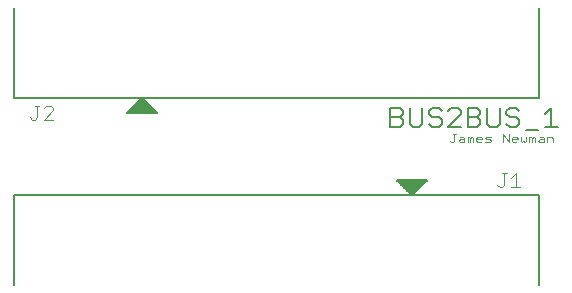
<source format=gto>
G75*
G70*
%OFA0B0*%
%FSLAX24Y24*%
%IPPOS*%
%LPD*%
%AMOC8*
5,1,8,0,0,1.08239X$1,22.5*
%
%ADD10C,0.0060*%
%ADD11C,0.0030*%
%ADD12C,0.0050*%
%ADD13C,0.0040*%
D10*
X015905Y007905D02*
X016225Y007905D01*
X016332Y008012D01*
X016332Y008119D01*
X016225Y008225D01*
X015905Y008225D01*
X016225Y008225D02*
X016332Y008332D01*
X016332Y008439D01*
X016225Y008546D01*
X015905Y008546D01*
X015905Y007905D01*
X016550Y008012D02*
X016656Y007905D01*
X016870Y007905D01*
X016977Y008012D01*
X016977Y008546D01*
X017194Y008439D02*
X017194Y008332D01*
X017301Y008225D01*
X017514Y008225D01*
X017621Y008119D01*
X017621Y008012D01*
X017514Y007905D01*
X017301Y007905D01*
X017194Y008012D01*
X016550Y008012D02*
X016550Y008546D01*
X017194Y008439D02*
X017301Y008546D01*
X017514Y008546D01*
X017621Y008439D01*
X017839Y008439D02*
X017945Y008546D01*
X018159Y008546D01*
X018266Y008439D01*
X018266Y008332D01*
X017839Y007905D01*
X018266Y007905D01*
X018483Y007905D02*
X018803Y007905D01*
X018910Y008012D01*
X018910Y008119D01*
X018803Y008225D01*
X018483Y008225D01*
X018803Y008225D02*
X018910Y008332D01*
X018910Y008439D01*
X018803Y008546D01*
X018483Y008546D01*
X018483Y007905D01*
X019128Y008012D02*
X019235Y007905D01*
X019448Y007905D01*
X019555Y008012D01*
X019555Y008546D01*
X019772Y008439D02*
X019772Y008332D01*
X019879Y008225D01*
X020093Y008225D01*
X020199Y008119D01*
X020199Y008012D01*
X020093Y007905D01*
X019879Y007905D01*
X019772Y008012D01*
X019772Y008439D02*
X019879Y008546D01*
X020093Y008546D01*
X020199Y008439D01*
X021061Y008332D02*
X021275Y008546D01*
X021275Y007905D01*
X021488Y007905D02*
X021061Y007905D01*
X020844Y007798D02*
X020417Y007798D01*
X019128Y008012D02*
X019128Y008546D01*
D11*
X019117Y007583D02*
X019262Y007583D01*
X019214Y007487D02*
X019117Y007487D01*
X019069Y007535D01*
X019117Y007583D01*
X019214Y007487D02*
X019262Y007438D01*
X019214Y007390D01*
X019069Y007390D01*
X018967Y007487D02*
X018774Y007487D01*
X018774Y007535D02*
X018822Y007583D01*
X018919Y007583D01*
X018967Y007535D01*
X018967Y007487D01*
X018919Y007390D02*
X018822Y007390D01*
X018774Y007438D01*
X018774Y007535D01*
X018673Y007535D02*
X018673Y007390D01*
X018576Y007390D02*
X018576Y007535D01*
X018624Y007583D01*
X018673Y007535D01*
X018576Y007535D02*
X018528Y007583D01*
X018479Y007583D01*
X018479Y007390D01*
X018378Y007390D02*
X018378Y007535D01*
X018330Y007583D01*
X018233Y007583D01*
X018233Y007487D02*
X018185Y007438D01*
X018233Y007390D01*
X018378Y007390D01*
X018378Y007487D02*
X018233Y007487D01*
X018035Y007438D02*
X017987Y007390D01*
X017938Y007390D01*
X017890Y007438D01*
X018035Y007438D02*
X018035Y007680D01*
X017987Y007680D02*
X018083Y007680D01*
X019658Y007680D02*
X019851Y007390D01*
X019851Y007680D01*
X019953Y007535D02*
X020001Y007583D01*
X020098Y007583D01*
X020146Y007535D01*
X020146Y007487D01*
X019953Y007487D01*
X019953Y007535D02*
X019953Y007438D01*
X020001Y007390D01*
X020098Y007390D01*
X020247Y007438D02*
X020296Y007390D01*
X020344Y007438D01*
X020392Y007390D01*
X020441Y007438D01*
X020441Y007583D01*
X020542Y007583D02*
X020590Y007583D01*
X020639Y007535D01*
X020687Y007583D01*
X020735Y007535D01*
X020735Y007390D01*
X020639Y007390D02*
X020639Y007535D01*
X020542Y007583D02*
X020542Y007390D01*
X020837Y007438D02*
X020885Y007487D01*
X021030Y007487D01*
X021030Y007535D02*
X021030Y007390D01*
X020885Y007390D01*
X020837Y007438D01*
X020885Y007583D02*
X020982Y007583D01*
X021030Y007535D01*
X021131Y007583D02*
X021131Y007390D01*
X021325Y007390D02*
X021325Y007535D01*
X021276Y007583D01*
X021131Y007583D01*
X020247Y007583D02*
X020247Y007438D01*
X019658Y007390D02*
X019658Y007680D01*
D12*
X003375Y005625D02*
X003375Y002625D01*
X003375Y005625D02*
X020875Y005625D01*
X020875Y002625D01*
X017125Y006125D02*
X016625Y005625D01*
X016125Y006125D01*
X017125Y006125D01*
X017117Y006117D02*
X016133Y006117D01*
X016181Y006069D02*
X017069Y006069D01*
X017020Y006020D02*
X016230Y006020D01*
X016278Y005972D02*
X016972Y005972D01*
X016923Y005923D02*
X016327Y005923D01*
X016375Y005875D02*
X016875Y005875D01*
X016826Y005826D02*
X016424Y005826D01*
X016472Y005778D02*
X016778Y005778D01*
X016729Y005729D02*
X016521Y005729D01*
X016569Y005681D02*
X016681Y005681D01*
X016632Y005632D02*
X016618Y005632D01*
X020875Y008875D02*
X020875Y011875D01*
X020875Y008875D02*
X003375Y008875D01*
X003375Y011875D01*
X007125Y008375D02*
X007625Y008875D01*
X008125Y008375D01*
X007125Y008375D01*
X007147Y008397D02*
X008103Y008397D01*
X008055Y008445D02*
X007195Y008445D01*
X007244Y008494D02*
X008006Y008494D01*
X007958Y008542D02*
X007292Y008542D01*
X007341Y008591D02*
X007909Y008591D01*
X007861Y008639D02*
X007389Y008639D01*
X007438Y008688D02*
X007812Y008688D01*
X007764Y008736D02*
X007486Y008736D01*
X007535Y008785D02*
X007715Y008785D01*
X007667Y008833D02*
X007583Y008833D01*
D13*
X004662Y008529D02*
X004586Y008605D01*
X004432Y008605D01*
X004355Y008529D01*
X004202Y008605D02*
X004048Y008605D01*
X004125Y008605D02*
X004125Y008222D01*
X004048Y008145D01*
X003972Y008145D01*
X003895Y008222D01*
X004355Y008145D02*
X004662Y008452D01*
X004662Y008529D01*
X004662Y008145D02*
X004355Y008145D01*
X019474Y005972D02*
X019551Y005895D01*
X019628Y005895D01*
X019704Y005972D01*
X019704Y006355D01*
X019628Y006355D02*
X019781Y006355D01*
X019935Y006202D02*
X020088Y006355D01*
X020088Y005895D01*
X019935Y005895D02*
X020242Y005895D01*
M02*

</source>
